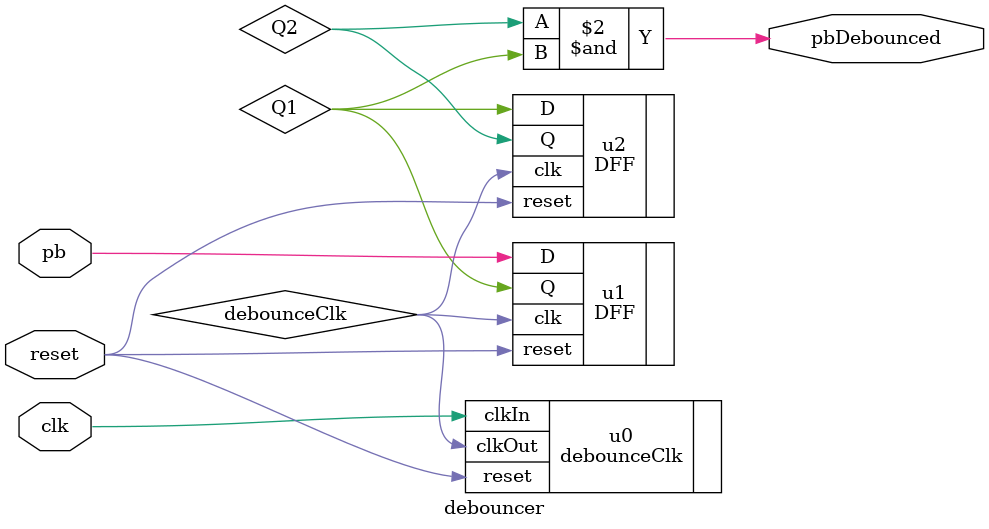
<source format=v>
`timescale 1ns / 1ps


module debouncer(clk,
                 pb,
                 reset,
                 pbDebounced
    );
    input clk;
    input pb;
    input reset;
    output pbDebounced;
    wire debounceClk;
    wire Q1,Q2,Q2Bar;
    
    debounceClk u0 (.clkIn(clk),
                    .reset(reset),
                    .clkOut(debounceClk)
        );     
    DFF u1(.clk(debounceClk),
           .D(pb),
           .Q(Q1),
           .reset(reset));

    DFF u2(.clk(debounceClk),
           .D(Q1),
           .Q(Q2),
           .reset(reset));
    assign Q2Bar = ~Q2;
    assign pbDebounced = (Q2 & Q1);
endmodule

</source>
